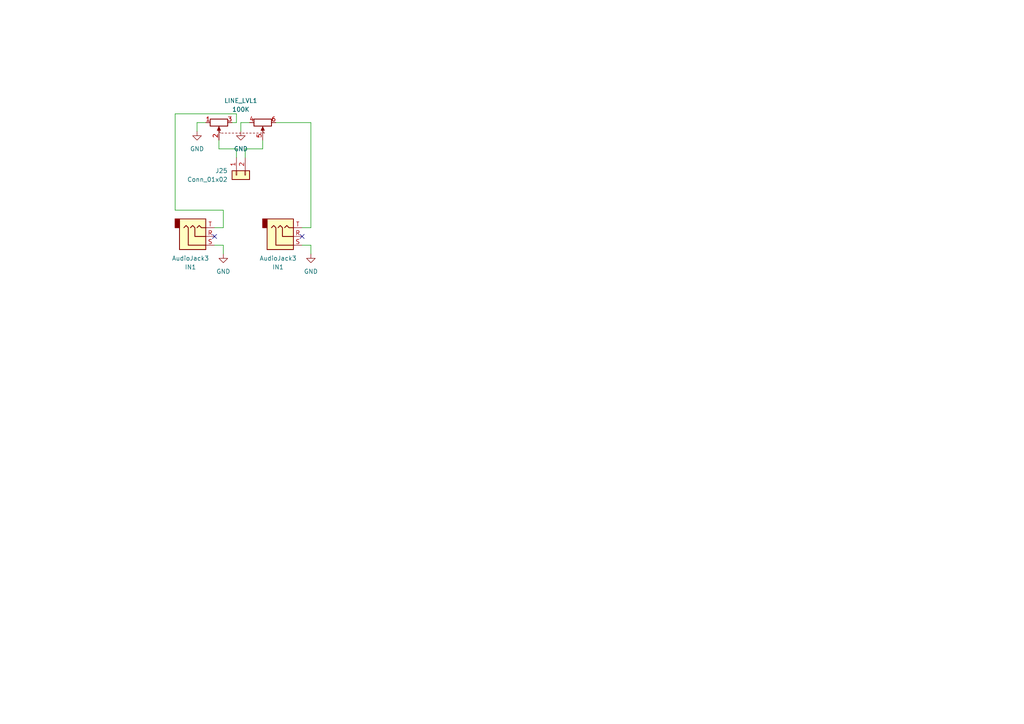
<source format=kicad_sch>
(kicad_sch (version 20230121) (generator eeschema)
  (paper "A4")
  (lib_symbols
    (symbol "Connector-github:AudioJack3"
      (property "Reference" "J" (at 0 8.89 0))
      (property "Value" "AudioJack3" (at 0 6.35 0))
      (symbol "AudioJack3_0_1"
        (rectangle (start -5.08 -5.08) (end -6.35 -2.54) (stroke (width 0.254)) (fill (type outline)))
        (polyline (pts (xy 0 -2.54) (xy 0.635 -3.175) (xy 1.27 -2.54) (xy 2.54 -2.54)) (stroke (width 0.254)))
        (polyline (pts (xy -1.905 -2.54) (xy -1.27 -3.175) (xy -0.635 -2.54) (xy -0.635 0) (xy 2.54 0)) (stroke (width 0.254)))
        (polyline (pts (xy 2.54 2.54) (xy -2.54 2.54) (xy -2.54 -2.54) (xy -3.175 -3.175) (xy -3.81 -2.54)) (stroke (width 0.254)))
        (rectangle (start 2.54 3.81) (end -5.08 -5.08) (stroke (width 0.254)) (fill (type background)))
      )
      (symbol "AudioJack3_1_1"
        (pin passive line (at 5.08 0 180) (length 2.54) (name "~") (number "R"))
        (pin passive line (at 5.08 2.54 180) (length 2.54) (name "~") (number "S"))
        (pin passive line (at 5.08 -2.54 180) (length 2.54) (name "~") (number "T"))
      )
    )
    (symbol "Connector_Generic:Conn_01x02" (pin_names (offset 1.016) hide)
      (property "Reference" "J" (at 0 2.54 0))
      (property "Value" "Conn_01x02" (at 0 -5.08 0))
      (symbol "Conn_01x02_1_1"
        (rectangle (start -1.27 -2.413) (end 0 -2.667) (stroke (width 0.1524)))
        (rectangle (start -1.27 0.127) (end 0 -0.127) (stroke (width 0.1524)))
        (rectangle (start -1.27 1.27) (end 1.27 -3.81) (stroke (width 0.254)) (fill (type background)))
        (pin passive line (at -5.08 0 0) (length 3.81) (name "Pin_1") (number "1"))
        (pin passive line (at -5.08 -2.54 0) (length 3.81) (name "Pin_2") (number "2"))
      )
    )
    (symbol "Device:R_Potentiometer_Dual" (pin_names (offset 1.016) hide)
      (property "Reference" "RV" (at 0 3.81 0))
      (property "Value" "R_Potentiometer_Dual" (at 0 1.905 0))
      (symbol "R_Potentiometer_Dual_0_1"
        (rectangle (start -8.89 -1.524) (end -3.81 -3.556) (stroke (width 0.254)))
        (polyline (pts (xy -6.35 0) (xy -6.35 -1.016)))
        (polyline (pts (xy -6.35 0) (xy -6.35 -1.016)))
        (polyline (pts (xy -6.35 0) (xy -5.842 0.508)))
        (polyline (pts (xy -5.588 0.508) (xy -5.08 0.508)))
        (polyline (pts (xy -4.572 0.508) (xy -4.064 0.508)))
        (polyline (pts (xy -3.556 0.508) (xy -3.048 0.508)))
        (polyline (pts (xy -2.54 0.508) (xy -2.032 0.508)))
        (polyline (pts (xy -1.524 0.508) (xy -1.016 0.508)))
        (polyline (pts (xy -0.508 0.508) (xy 0 0.508)))
        (polyline (pts (xy 0.508 0.508) (xy 1.016 0.508)))
        (polyline (pts (xy 1.524 0.508) (xy 2.032 0.508)))
        (polyline (pts (xy 2.54 0.508) (xy 3.048 0.508)))
        (polyline (pts (xy 3.556 0.508) (xy 4.064 0.508)))
        (polyline (pts (xy 4.572 0.508) (xy 5.08 0.508)))
        (polyline (pts (xy 5.588 0.508) (xy 6.096 0.508)))
        (polyline (pts (xy 6.35 0) (xy 6.35 -1.016)))
        (polyline (pts (xy 6.35 0) (xy 6.35 -1.016)))
        (polyline (pts (xy 6.604 0.508) (xy 6.858 0.508) (xy 6.35 0)))
        (polyline (pts (xy -6.35 -1.397) (xy -6.858 -0.254) (xy -5.842 -0.254) (xy -6.35 -1.397)) (fill (type outline)))
        (polyline (pts (xy 6.35 -1.397) (xy 5.842 -0.254) (xy 6.858 -0.254) (xy 6.35 -1.397)) (fill (type outline)))
        (rectangle (start 3.81 -1.524) (end 8.89 -3.556) (stroke (width 0.254)))
      )
      (symbol "R_Potentiometer_Dual_1_1"
        (pin passive line (at -10.16 -2.54 0) (length 1.27) (name "1") (number "1"))
        (pin passive line (at -6.35 2.54 270) (length 2.54) (name "2") (number "2"))
        (pin passive line (at -2.54 -2.54 180) (length 1.27) (name "3") (number "3"))
        (pin passive line (at 2.54 -2.54 0) (length 1.27) (name "4") (number "4"))
        (pin passive line (at 6.35 2.54 270) (length 2.54) (name "5") (number "5"))
        (pin passive line (at 10.16 -2.54 180) (length 1.27) (name "6") (number "6"))
      )
    )
    (symbol "power:GND" (power) (pin_names (offset 0))
      (property "Value" "GND" (at 0 -3.81 0))
      (symbol "GND_0_1"
        (polyline (pts (xy 0 0) (xy 0 -1.27) (xy 1.27 -1.27) (xy 0 -2.54) (xy -1.27 -1.27) (xy 0 -1.27)))
      )
      (symbol "GND_1_1"
        (pin power_in line (at 0 0 270) (length 0) hide (name "GND") (number "1"))
      )
    )
  )
  (no_connect (at 62.23 68.58))
  (no_connect (at 87.63 68.58))
  (wire (pts (xy 80.01 35.56) (xy 90.17 35.56)))
  (wire (pts (xy 90.17 35.56) (xy 90.17 66.04)))
  (wire (pts (xy 63.5 43.18) (xy 63.5 40.64)))
  (wire (pts (xy 50.8 33.02) (xy 50.8 60.96)))
  (wire (pts (xy 50.8 60.96) (xy 64.77 60.96)))
  (wire (pts (xy 90.17 66.04) (xy 87.63 66.04)))
  (wire (pts (xy 64.77 60.96) (xy 64.77 66.04)))
  (wire (pts (xy 72.39 35.56) (xy 69.85 35.56)))
  (wire (pts (xy 62.23 71.12) (xy 64.77 71.12)))
  (wire (pts (xy 71.12 43.18) (xy 76.2 43.18)))
  (wire (pts (xy 64.77 66.04) (xy 62.23 66.04)))
  (wire (pts (xy 76.2 43.18) (xy 76.2 40.64)))
  (wire (pts (xy 68.58 35.56) (xy 68.58 33.02)))
  (wire (pts (xy 68.58 33.02) (xy 50.8 33.02)))
  (wire (pts (xy 90.17 71.12) (xy 90.17 73.66)))
  (wire (pts (xy 64.77 71.12) (xy 64.77 73.66)))
  (wire (pts (xy 68.58 43.18) (xy 63.5 43.18)))
  (wire (pts (xy 57.15 35.56) (xy 57.15 38.1)))
  (wire (pts (xy 68.58 45.72) (xy 68.58 43.18)))
  (wire (pts (xy 71.12 45.72) (xy 71.12 43.18)))
  (wire (pts (xy 59.69 35.56) (xy 57.15 35.56)))
  (wire (pts (xy 87.63 71.12) (xy 90.17 71.12)))
  (wire (pts (xy 69.85 35.56) (xy 69.85 38.1)))
  (wire (pts (xy 67.31 35.56) (xy 68.58 35.56)))
  (symbol (lib_id "Connector_Generic:Conn_01x02") (at 68.58 50.8 90) (mirror x) (unit 1)
    (property "Reference" "J25" (at 66.04 49.53 90) (effects (justify left)))
    (property "Value" "Conn_01x02" (at 66.04 52.07 90) (effects (justify left)))
    (property "Footprint" "Connector_PinHeader_2.54mm:PinHeader_1x02_P2.54mm_Vertical" (effects hide))
    (instances (project "Mixer" (path "" (reference "J25") (unit 1)) (path "" (reference "J26") (unit 1))) (project "Mixer-controls" (path "" (reference "J1") (unit 1)) (path "" (reference "J2") (unit 1))))
  )
  (symbol (lib_id "power:GND") (at 64.77 73.66 0) (unit 1)
    (property "Reference" "#PWR08" (effects hide))
    (property "Value" "GND" (at 64.77 78.74 0))
    (instances (project "Mixer-controls" (path "" (reference "#PWR08") (unit 1)) (path "" (reference "#PWR017") (unit 1)) (path "" (reference "#PWR026") (unit 1)) (path "" (reference "#PWR035") (unit 1)) (path "" (reference "#PWR04") (unit 1)) (path "" (reference "#PWR08") (unit 1))))
  )
  (symbol (lib_id "power:GND") (at 69.85 38.1 0) (unit 1)
    (property "Reference" "#PWR08" (effects hide))
    (property "Value" "GND" (at 69.85 43.18 0))
    (instances (project "Mixer-controls" (path "" (reference "#PWR08") (unit 1)) (path "" (reference "#PWR017") (unit 1)) (path "" (reference "#PWR026") (unit 1)) (path "" (reference "#PWR035") (unit 1)) (path "" (reference "#PWR05") (unit 1)) (path "" (reference "#PWR09") (unit 1))))
  )
  (symbol (lib_id "Connector-github:AudioJack3") (at 82.55 68.58 0) (mirror x) (unit 1)
    (property "Reference" "IN1" (at 80.645 77.47 0))
    (property "Value" "AudioJack3" (at 80.645 74.93 0))
    (property "Footprint" "Library:Jack_3.5mm_QingPu_WQP-PJ398SM_Vertical_CircularHoles" (effects hide))
    (instances (project "Mixer-controls" (path "" (reference "IN1") (unit 1)) (path "" (reference "IN2") (unit 1)) (path "" (reference "IN3") (unit 1)) (path "" (reference "IN4") (unit 1)) (path "" (reference "LINE_IN_R1") (unit 1)) (path "" (reference "LINE_IN_R2") (unit 1))))
  )
  (symbol (lib_id "Connector-github:AudioJack3") (at 57.15 68.58 0) (mirror x) (unit 1)
    (property "Reference" "IN1" (at 55.245 77.47 0))
    (property "Value" "AudioJack3" (at 55.245 74.93 0))
    (property "Footprint" "Library:Jack_3.5mm_QingPu_WQP-PJ398SM_Vertical_CircularHoles" (effects hide))
    (instances (project "Mixer-controls" (path "" (reference "IN1") (unit 1)) (path "" (reference "IN2") (unit 1)) (path "" (reference "IN3") (unit 1)) (path "" (reference "IN4") (unit 1)) (path "" (reference "LINE_IN_L1") (unit 1)) (path "" (reference "LINE_IN_L2") (unit 1))))
  )
  (symbol (lib_id "power:GND") (at 90.17 73.66 0) (unit 1)
    (property "Reference" "#PWR08" (effects hide))
    (property "Value" "GND" (at 90.17 78.74 0))
    (instances (project "Mixer-controls" (path "" (reference "#PWR08") (unit 1)) (path "" (reference "#PWR017") (unit 1)) (path "" (reference "#PWR026") (unit 1)) (path "" (reference "#PWR035") (unit 1)) (path "" (reference "#PWR06") (unit 1)) (path "" (reference "#PWR010") (unit 1))))
  )
  (symbol (lib_id "power:GND") (at 57.15 38.1 0) (unit 1)
    (property "Reference" "#PWR08" (effects hide))
    (property "Value" "GND" (at 57.15 43.18 0))
    (instances (project "Mixer-controls" (path "" (reference "#PWR08") (unit 1)) (path "" (reference "#PWR017") (unit 1)) (path "" (reference "#PWR026") (unit 1)) (path "" (reference "#PWR035") (unit 1)) (path "" (reference "#PWR03") (unit 1)) (path "" (reference "#PWR07") (unit 1))))
  )
  (symbol (lib_id "Device:R_Potentiometer_Dual") (at 69.85 38.1 0) (mirror x) (unit 1)
    (property "Reference" "LINE_LVL1" (at 69.85 29.21 0))
    (property "Value" "100K" (at 69.85 31.75 0))
    (property "Footprint" "Library:Potentiometer_Alpha_RD902F-40-00D_Dual_Vertical" (effects hide))
    (instances (project "Mixer-controls" (path "" (reference "LINE_LVL1") (unit 1)) (path "" (reference "LINE_LVL2") (unit 1))))
  )
)
</source>
